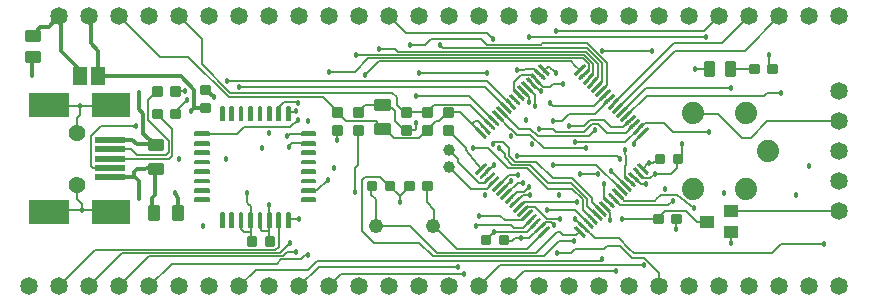
<source format=gtl>
G75*
%MOIN*%
%OFA0B0*%
%FSLAX24Y24*%
%IPPOS*%
%LPD*%
%AMOC8*
5,1,8,0,0,1.08239X$1,22.5*
%
%ADD10C,0.0059*%
%ADD11C,0.0063*%
%ADD12C,0.0480*%
%ADD13C,0.0390*%
%ADD14C,0.0088*%
%ADD15C,0.0100*%
%ADD16R,0.1000X0.0200*%
%ADD17R,0.1378X0.0787*%
%ADD18R,0.1260X0.0787*%
%ADD19C,0.0561*%
%ADD20C,0.0585*%
%ADD21R,0.0450X0.0400*%
%ADD22C,0.0740*%
%ADD23R,0.0460X0.0630*%
%ADD24C,0.0050*%
%ADD25C,0.0180*%
%ADD26C,0.0080*%
%ADD27C,0.0120*%
D10*
X017264Y005485D02*
X017292Y005457D01*
X017000Y005165D01*
X016972Y005193D01*
X017264Y005485D01*
X017058Y005223D02*
X017002Y005223D01*
X017060Y005281D02*
X017116Y005281D01*
X017118Y005339D02*
X017174Y005339D01*
X017176Y005397D02*
X017232Y005397D01*
X017234Y005455D02*
X017290Y005455D01*
X017405Y005343D02*
X017433Y005315D01*
X017141Y005023D01*
X017113Y005051D01*
X017405Y005343D01*
X017199Y005081D02*
X017143Y005081D01*
X017201Y005139D02*
X017257Y005139D01*
X017259Y005197D02*
X017315Y005197D01*
X017317Y005255D02*
X017373Y005255D01*
X017375Y005313D02*
X017431Y005313D01*
X017547Y005202D02*
X017575Y005174D01*
X017283Y004882D01*
X017255Y004910D01*
X017547Y005202D01*
X017341Y004940D02*
X017285Y004940D01*
X017343Y004998D02*
X017399Y004998D01*
X017401Y005056D02*
X017457Y005056D01*
X017459Y005114D02*
X017515Y005114D01*
X017517Y005172D02*
X017573Y005172D01*
X017681Y005068D02*
X017709Y005040D01*
X017417Y004748D01*
X017389Y004776D01*
X017681Y005068D01*
X017475Y004806D02*
X017419Y004806D01*
X017477Y004864D02*
X017533Y004864D01*
X017535Y004922D02*
X017591Y004922D01*
X017593Y004980D02*
X017649Y004980D01*
X017651Y005038D02*
X017707Y005038D01*
X017822Y004926D02*
X017850Y004898D01*
X017558Y004606D01*
X017530Y004634D01*
X017822Y004926D01*
X017616Y004664D02*
X017560Y004664D01*
X017618Y004722D02*
X017674Y004722D01*
X017676Y004780D02*
X017732Y004780D01*
X017734Y004838D02*
X017790Y004838D01*
X017792Y004896D02*
X017848Y004896D01*
X017964Y004785D02*
X017992Y004757D01*
X017700Y004465D01*
X017672Y004493D01*
X017964Y004785D01*
X017758Y004523D02*
X017702Y004523D01*
X017760Y004581D02*
X017816Y004581D01*
X017818Y004639D02*
X017874Y004639D01*
X017876Y004697D02*
X017932Y004697D01*
X017934Y004755D02*
X017990Y004755D01*
X018098Y004650D02*
X018126Y004622D01*
X017834Y004330D01*
X017806Y004358D01*
X018098Y004650D01*
X017892Y004388D02*
X017836Y004388D01*
X017894Y004446D02*
X017950Y004446D01*
X017952Y004504D02*
X018008Y004504D01*
X018010Y004562D02*
X018066Y004562D01*
X018068Y004620D02*
X018124Y004620D01*
X018240Y004509D02*
X018268Y004481D01*
X017976Y004189D01*
X017948Y004217D01*
X018240Y004509D01*
X018034Y004247D02*
X017978Y004247D01*
X018036Y004305D02*
X018092Y004305D01*
X018094Y004363D02*
X018150Y004363D01*
X018152Y004421D02*
X018208Y004421D01*
X018210Y004479D02*
X018266Y004479D01*
X018381Y004368D02*
X018409Y004340D01*
X018117Y004048D01*
X018089Y004076D01*
X018381Y004368D01*
X018175Y004106D02*
X018119Y004106D01*
X018177Y004164D02*
X018233Y004164D01*
X018235Y004222D02*
X018291Y004222D01*
X018293Y004280D02*
X018349Y004280D01*
X018351Y004338D02*
X018407Y004338D01*
X018522Y004226D02*
X018550Y004198D01*
X018258Y003906D01*
X018230Y003934D01*
X018522Y004226D01*
X018316Y003964D02*
X018260Y003964D01*
X018318Y004022D02*
X018374Y004022D01*
X018376Y004080D02*
X018432Y004080D01*
X018434Y004138D02*
X018490Y004138D01*
X018492Y004196D02*
X018548Y004196D01*
X018657Y004092D02*
X018685Y004064D01*
X018393Y003772D01*
X018365Y003800D01*
X018657Y004092D01*
X018451Y003830D02*
X018395Y003830D01*
X018453Y003888D02*
X018509Y003888D01*
X018511Y003946D02*
X018567Y003946D01*
X018569Y004004D02*
X018625Y004004D01*
X018627Y004062D02*
X018683Y004062D01*
X018798Y003950D02*
X018826Y003922D01*
X018534Y003630D01*
X018506Y003658D01*
X018798Y003950D01*
X018592Y003688D02*
X018536Y003688D01*
X018594Y003746D02*
X018650Y003746D01*
X018652Y003804D02*
X018708Y003804D01*
X018710Y003862D02*
X018766Y003862D01*
X018768Y003920D02*
X018824Y003920D01*
X018940Y003809D02*
X018968Y003781D01*
X018676Y003489D01*
X018648Y003517D01*
X018940Y003809D01*
X018734Y003547D02*
X018678Y003547D01*
X018736Y003605D02*
X018792Y003605D01*
X018794Y003663D02*
X018850Y003663D01*
X018852Y003721D02*
X018908Y003721D01*
X018910Y003779D02*
X018966Y003779D01*
X019074Y003675D02*
X019102Y003647D01*
X018810Y003355D01*
X018782Y003383D01*
X019074Y003675D01*
X018868Y003413D02*
X018812Y003413D01*
X018870Y003471D02*
X018926Y003471D01*
X018928Y003529D02*
X018984Y003529D01*
X018986Y003587D02*
X019042Y003587D01*
X019044Y003645D02*
X019100Y003645D01*
X019215Y003533D02*
X019243Y003505D01*
X018951Y003213D01*
X018923Y003241D01*
X019215Y003533D01*
X019009Y003271D02*
X018953Y003271D01*
X019011Y003329D02*
X019067Y003329D01*
X019069Y003387D02*
X019125Y003387D01*
X019127Y003445D02*
X019183Y003445D01*
X019185Y003503D02*
X019241Y003503D01*
X019357Y003392D02*
X019385Y003364D01*
X019093Y003072D01*
X019065Y003100D01*
X019357Y003392D01*
X019151Y003130D02*
X019095Y003130D01*
X019153Y003188D02*
X019209Y003188D01*
X019211Y003246D02*
X019267Y003246D01*
X019269Y003304D02*
X019325Y003304D01*
X019327Y003362D02*
X019383Y003362D01*
X020265Y003364D02*
X020293Y003392D01*
X020585Y003100D01*
X020557Y003072D01*
X020265Y003364D01*
X020499Y003130D02*
X020555Y003130D01*
X020497Y003188D02*
X020441Y003188D01*
X020439Y003246D02*
X020383Y003246D01*
X020381Y003304D02*
X020325Y003304D01*
X020323Y003362D02*
X020267Y003362D01*
X020407Y003505D02*
X020435Y003533D01*
X020727Y003241D01*
X020699Y003213D01*
X020407Y003505D01*
X020641Y003271D02*
X020697Y003271D01*
X020639Y003329D02*
X020583Y003329D01*
X020581Y003387D02*
X020525Y003387D01*
X020523Y003445D02*
X020467Y003445D01*
X020465Y003503D02*
X020409Y003503D01*
X020548Y003647D02*
X020576Y003675D01*
X020868Y003383D01*
X020840Y003355D01*
X020548Y003647D01*
X020782Y003413D02*
X020838Y003413D01*
X020780Y003471D02*
X020724Y003471D01*
X020722Y003529D02*
X020666Y003529D01*
X020664Y003587D02*
X020608Y003587D01*
X020606Y003645D02*
X020550Y003645D01*
X020682Y003781D02*
X020710Y003809D01*
X021002Y003517D01*
X020974Y003489D01*
X020682Y003781D01*
X020916Y003547D02*
X020972Y003547D01*
X020914Y003605D02*
X020858Y003605D01*
X020856Y003663D02*
X020800Y003663D01*
X020798Y003721D02*
X020742Y003721D01*
X020740Y003779D02*
X020684Y003779D01*
X020824Y003922D02*
X020852Y003950D01*
X021144Y003658D01*
X021116Y003630D01*
X020824Y003922D01*
X021058Y003688D02*
X021114Y003688D01*
X021056Y003746D02*
X021000Y003746D01*
X020998Y003804D02*
X020942Y003804D01*
X020940Y003862D02*
X020884Y003862D01*
X020882Y003920D02*
X020826Y003920D01*
X020965Y004064D02*
X020993Y004092D01*
X021285Y003800D01*
X021257Y003772D01*
X020965Y004064D01*
X021199Y003830D02*
X021255Y003830D01*
X021197Y003888D02*
X021141Y003888D01*
X021139Y003946D02*
X021083Y003946D01*
X021081Y004004D02*
X021025Y004004D01*
X021023Y004062D02*
X020967Y004062D01*
X021100Y004198D02*
X021128Y004226D01*
X021420Y003934D01*
X021392Y003906D01*
X021100Y004198D01*
X021334Y003964D02*
X021390Y003964D01*
X021332Y004022D02*
X021276Y004022D01*
X021274Y004080D02*
X021218Y004080D01*
X021216Y004138D02*
X021160Y004138D01*
X021158Y004196D02*
X021102Y004196D01*
X021241Y004340D02*
X021269Y004368D01*
X021561Y004076D01*
X021533Y004048D01*
X021241Y004340D01*
X021475Y004106D02*
X021531Y004106D01*
X021473Y004164D02*
X021417Y004164D01*
X021415Y004222D02*
X021359Y004222D01*
X021357Y004280D02*
X021301Y004280D01*
X021299Y004338D02*
X021243Y004338D01*
X021382Y004481D02*
X021410Y004509D01*
X021702Y004217D01*
X021674Y004189D01*
X021382Y004481D01*
X021616Y004247D02*
X021672Y004247D01*
X021614Y004305D02*
X021558Y004305D01*
X021556Y004363D02*
X021500Y004363D01*
X021498Y004421D02*
X021442Y004421D01*
X021440Y004479D02*
X021384Y004479D01*
X021524Y004622D02*
X021552Y004650D01*
X021844Y004358D01*
X021816Y004330D01*
X021524Y004622D01*
X021758Y004388D02*
X021814Y004388D01*
X021756Y004446D02*
X021700Y004446D01*
X021698Y004504D02*
X021642Y004504D01*
X021640Y004562D02*
X021584Y004562D01*
X021582Y004620D02*
X021526Y004620D01*
X021658Y004757D02*
X021686Y004785D01*
X021978Y004493D01*
X021950Y004465D01*
X021658Y004757D01*
X021892Y004523D02*
X021948Y004523D01*
X021890Y004581D02*
X021834Y004581D01*
X021832Y004639D02*
X021776Y004639D01*
X021774Y004697D02*
X021718Y004697D01*
X021716Y004755D02*
X021660Y004755D01*
X021800Y004898D02*
X021828Y004926D01*
X022120Y004634D01*
X022092Y004606D01*
X021800Y004898D01*
X022034Y004664D02*
X022090Y004664D01*
X022032Y004722D02*
X021976Y004722D01*
X021974Y004780D02*
X021918Y004780D01*
X021916Y004838D02*
X021860Y004838D01*
X021858Y004896D02*
X021802Y004896D01*
X021941Y005040D02*
X021969Y005068D01*
X022261Y004776D01*
X022233Y004748D01*
X021941Y005040D01*
X022175Y004806D02*
X022231Y004806D01*
X022173Y004864D02*
X022117Y004864D01*
X022115Y004922D02*
X022059Y004922D01*
X022057Y004980D02*
X022001Y004980D01*
X021999Y005038D02*
X021943Y005038D01*
X022075Y005174D02*
X022103Y005202D01*
X022395Y004910D01*
X022367Y004882D01*
X022075Y005174D01*
X022309Y004940D02*
X022365Y004940D01*
X022307Y004998D02*
X022251Y004998D01*
X022249Y005056D02*
X022193Y005056D01*
X022191Y005114D02*
X022135Y005114D01*
X022133Y005172D02*
X022077Y005172D01*
X022217Y005315D02*
X022245Y005343D01*
X022537Y005051D01*
X022509Y005023D01*
X022217Y005315D01*
X022451Y005081D02*
X022507Y005081D01*
X022449Y005139D02*
X022393Y005139D01*
X022391Y005197D02*
X022335Y005197D01*
X022333Y005255D02*
X022277Y005255D01*
X022275Y005313D02*
X022219Y005313D01*
X022358Y005457D02*
X022386Y005485D01*
X022678Y005193D01*
X022650Y005165D01*
X022358Y005457D01*
X022592Y005223D02*
X022648Y005223D01*
X022590Y005281D02*
X022534Y005281D01*
X022532Y005339D02*
X022476Y005339D01*
X022474Y005397D02*
X022418Y005397D01*
X022416Y005455D02*
X022360Y005455D01*
X022678Y006657D02*
X022650Y006685D01*
X022678Y006657D02*
X022386Y006365D01*
X022358Y006393D01*
X022650Y006685D01*
X022444Y006423D02*
X022388Y006423D01*
X022446Y006481D02*
X022502Y006481D01*
X022504Y006539D02*
X022560Y006539D01*
X022562Y006597D02*
X022618Y006597D01*
X022620Y006655D02*
X022676Y006655D01*
X022537Y006799D02*
X022509Y006827D01*
X022537Y006799D02*
X022245Y006507D01*
X022217Y006535D01*
X022509Y006827D01*
X022303Y006565D02*
X022247Y006565D01*
X022305Y006623D02*
X022361Y006623D01*
X022363Y006681D02*
X022419Y006681D01*
X022421Y006739D02*
X022477Y006739D01*
X022479Y006797D02*
X022535Y006797D01*
X022395Y006940D02*
X022367Y006968D01*
X022395Y006940D02*
X022103Y006648D01*
X022075Y006676D01*
X022367Y006968D01*
X022161Y006706D02*
X022105Y006706D01*
X022163Y006764D02*
X022219Y006764D01*
X022221Y006822D02*
X022277Y006822D01*
X022279Y006880D02*
X022335Y006880D01*
X022337Y006938D02*
X022393Y006938D01*
X022261Y007074D02*
X022233Y007102D01*
X022261Y007074D02*
X021969Y006782D01*
X021941Y006810D01*
X022233Y007102D01*
X022027Y006840D02*
X021971Y006840D01*
X022029Y006898D02*
X022085Y006898D01*
X022087Y006956D02*
X022143Y006956D01*
X022145Y007014D02*
X022201Y007014D01*
X022203Y007072D02*
X022259Y007072D01*
X022120Y007216D02*
X022092Y007244D01*
X022120Y007216D02*
X021828Y006924D01*
X021800Y006952D01*
X022092Y007244D01*
X021886Y006982D02*
X021830Y006982D01*
X021888Y007040D02*
X021944Y007040D01*
X021946Y007098D02*
X022002Y007098D01*
X022004Y007156D02*
X022060Y007156D01*
X022062Y007214D02*
X022118Y007214D01*
X021978Y007357D02*
X021950Y007385D01*
X021978Y007357D02*
X021686Y007065D01*
X021658Y007093D01*
X021950Y007385D01*
X021744Y007123D02*
X021688Y007123D01*
X021746Y007181D02*
X021802Y007181D01*
X021804Y007239D02*
X021860Y007239D01*
X021862Y007297D02*
X021918Y007297D01*
X021920Y007355D02*
X021976Y007355D01*
X021844Y007492D02*
X021816Y007520D01*
X021844Y007492D02*
X021552Y007200D01*
X021524Y007228D01*
X021816Y007520D01*
X021610Y007258D02*
X021554Y007258D01*
X021612Y007316D02*
X021668Y007316D01*
X021670Y007374D02*
X021726Y007374D01*
X021728Y007432D02*
X021784Y007432D01*
X021786Y007490D02*
X021842Y007490D01*
X021702Y007633D02*
X021674Y007661D01*
X021702Y007633D02*
X021410Y007341D01*
X021382Y007369D01*
X021674Y007661D01*
X021468Y007399D02*
X021412Y007399D01*
X021470Y007457D02*
X021526Y007457D01*
X021528Y007515D02*
X021584Y007515D01*
X021586Y007573D02*
X021642Y007573D01*
X021644Y007631D02*
X021700Y007631D01*
X021561Y007774D02*
X021533Y007802D01*
X021561Y007774D02*
X021269Y007482D01*
X021241Y007510D01*
X021533Y007802D01*
X021327Y007540D02*
X021271Y007540D01*
X021329Y007598D02*
X021385Y007598D01*
X021387Y007656D02*
X021443Y007656D01*
X021445Y007714D02*
X021501Y007714D01*
X021503Y007772D02*
X021559Y007772D01*
X021420Y007916D02*
X021392Y007944D01*
X021420Y007916D02*
X021128Y007624D01*
X021100Y007652D01*
X021392Y007944D01*
X021186Y007682D02*
X021130Y007682D01*
X021188Y007740D02*
X021244Y007740D01*
X021246Y007798D02*
X021302Y007798D01*
X021304Y007856D02*
X021360Y007856D01*
X021362Y007914D02*
X021418Y007914D01*
X021285Y008050D02*
X021257Y008078D01*
X021285Y008050D02*
X020993Y007758D01*
X020965Y007786D01*
X021257Y008078D01*
X021051Y007816D02*
X020995Y007816D01*
X021053Y007874D02*
X021109Y007874D01*
X021111Y007932D02*
X021167Y007932D01*
X021169Y007990D02*
X021225Y007990D01*
X021227Y008048D02*
X021283Y008048D01*
X021144Y008192D02*
X021116Y008220D01*
X021144Y008192D02*
X020852Y007900D01*
X020824Y007928D01*
X021116Y008220D01*
X020910Y007958D02*
X020854Y007958D01*
X020912Y008016D02*
X020968Y008016D01*
X020970Y008074D02*
X021026Y008074D01*
X021028Y008132D02*
X021084Y008132D01*
X021086Y008190D02*
X021142Y008190D01*
X021002Y008333D02*
X020974Y008361D01*
X021002Y008333D02*
X020710Y008041D01*
X020682Y008069D01*
X020974Y008361D01*
X020768Y008099D02*
X020712Y008099D01*
X020770Y008157D02*
X020826Y008157D01*
X020828Y008215D02*
X020884Y008215D01*
X020886Y008273D02*
X020942Y008273D01*
X020944Y008331D02*
X021000Y008331D01*
X020868Y008467D02*
X020840Y008495D01*
X020868Y008467D02*
X020576Y008175D01*
X020548Y008203D01*
X020840Y008495D01*
X020634Y008233D02*
X020578Y008233D01*
X020636Y008291D02*
X020692Y008291D01*
X020694Y008349D02*
X020750Y008349D01*
X020752Y008407D02*
X020808Y008407D01*
X020810Y008465D02*
X020866Y008465D01*
X020727Y008609D02*
X020699Y008637D01*
X020727Y008609D02*
X020435Y008317D01*
X020407Y008345D01*
X020699Y008637D01*
X020493Y008375D02*
X020437Y008375D01*
X020495Y008433D02*
X020551Y008433D01*
X020553Y008491D02*
X020609Y008491D01*
X020611Y008549D02*
X020667Y008549D01*
X020669Y008607D02*
X020725Y008607D01*
X020585Y008750D02*
X020557Y008778D01*
X020585Y008750D02*
X020293Y008458D01*
X020265Y008486D01*
X020557Y008778D01*
X020351Y008516D02*
X020295Y008516D01*
X020353Y008574D02*
X020409Y008574D01*
X020411Y008632D02*
X020467Y008632D01*
X020469Y008690D02*
X020525Y008690D01*
X020527Y008748D02*
X020583Y008748D01*
X019093Y008778D02*
X019065Y008750D01*
X019093Y008778D02*
X019385Y008486D01*
X019357Y008458D01*
X019065Y008750D01*
X019299Y008516D02*
X019355Y008516D01*
X019297Y008574D02*
X019241Y008574D01*
X019239Y008632D02*
X019183Y008632D01*
X019181Y008690D02*
X019125Y008690D01*
X019123Y008748D02*
X019067Y008748D01*
X018951Y008637D02*
X018923Y008609D01*
X018951Y008637D02*
X019243Y008345D01*
X019215Y008317D01*
X018923Y008609D01*
X019157Y008375D02*
X019213Y008375D01*
X019155Y008433D02*
X019099Y008433D01*
X019097Y008491D02*
X019041Y008491D01*
X019039Y008549D02*
X018983Y008549D01*
X018981Y008607D02*
X018925Y008607D01*
X018810Y008495D02*
X018782Y008467D01*
X018810Y008495D02*
X019102Y008203D01*
X019074Y008175D01*
X018782Y008467D01*
X019016Y008233D02*
X019072Y008233D01*
X019014Y008291D02*
X018958Y008291D01*
X018956Y008349D02*
X018900Y008349D01*
X018898Y008407D02*
X018842Y008407D01*
X018840Y008465D02*
X018784Y008465D01*
X018676Y008361D02*
X018648Y008333D01*
X018676Y008361D02*
X018968Y008069D01*
X018940Y008041D01*
X018648Y008333D01*
X018882Y008099D02*
X018938Y008099D01*
X018880Y008157D02*
X018824Y008157D01*
X018822Y008215D02*
X018766Y008215D01*
X018764Y008273D02*
X018708Y008273D01*
X018706Y008331D02*
X018650Y008331D01*
X018534Y008220D02*
X018506Y008192D01*
X018534Y008220D02*
X018826Y007928D01*
X018798Y007900D01*
X018506Y008192D01*
X018740Y007958D02*
X018796Y007958D01*
X018738Y008016D02*
X018682Y008016D01*
X018680Y008074D02*
X018624Y008074D01*
X018622Y008132D02*
X018566Y008132D01*
X018564Y008190D02*
X018508Y008190D01*
X018393Y008078D02*
X018365Y008050D01*
X018393Y008078D02*
X018685Y007786D01*
X018657Y007758D01*
X018365Y008050D01*
X018599Y007816D02*
X018655Y007816D01*
X018597Y007874D02*
X018541Y007874D01*
X018539Y007932D02*
X018483Y007932D01*
X018481Y007990D02*
X018425Y007990D01*
X018423Y008048D02*
X018367Y008048D01*
X018258Y007944D02*
X018230Y007916D01*
X018258Y007944D02*
X018550Y007652D01*
X018522Y007624D01*
X018230Y007916D01*
X018464Y007682D02*
X018520Y007682D01*
X018462Y007740D02*
X018406Y007740D01*
X018404Y007798D02*
X018348Y007798D01*
X018346Y007856D02*
X018290Y007856D01*
X018288Y007914D02*
X018232Y007914D01*
X018117Y007802D02*
X018089Y007774D01*
X018117Y007802D02*
X018409Y007510D01*
X018381Y007482D01*
X018089Y007774D01*
X018323Y007540D02*
X018379Y007540D01*
X018321Y007598D02*
X018265Y007598D01*
X018263Y007656D02*
X018207Y007656D01*
X018205Y007714D02*
X018149Y007714D01*
X018147Y007772D02*
X018091Y007772D01*
X017976Y007661D02*
X017948Y007633D01*
X017976Y007661D02*
X018268Y007369D01*
X018240Y007341D01*
X017948Y007633D01*
X018182Y007399D02*
X018238Y007399D01*
X018180Y007457D02*
X018124Y007457D01*
X018122Y007515D02*
X018066Y007515D01*
X018064Y007573D02*
X018008Y007573D01*
X018006Y007631D02*
X017950Y007631D01*
X017834Y007520D02*
X017806Y007492D01*
X017834Y007520D02*
X018126Y007228D01*
X018098Y007200D01*
X017806Y007492D01*
X018040Y007258D02*
X018096Y007258D01*
X018038Y007316D02*
X017982Y007316D01*
X017980Y007374D02*
X017924Y007374D01*
X017922Y007432D02*
X017866Y007432D01*
X017864Y007490D02*
X017808Y007490D01*
X017700Y007385D02*
X017672Y007357D01*
X017700Y007385D02*
X017992Y007093D01*
X017964Y007065D01*
X017672Y007357D01*
X017906Y007123D02*
X017962Y007123D01*
X017904Y007181D02*
X017848Y007181D01*
X017846Y007239D02*
X017790Y007239D01*
X017788Y007297D02*
X017732Y007297D01*
X017730Y007355D02*
X017674Y007355D01*
X017558Y007244D02*
X017530Y007216D01*
X017558Y007244D02*
X017850Y006952D01*
X017822Y006924D01*
X017530Y007216D01*
X017764Y006982D02*
X017820Y006982D01*
X017762Y007040D02*
X017706Y007040D01*
X017704Y007098D02*
X017648Y007098D01*
X017646Y007156D02*
X017590Y007156D01*
X017588Y007214D02*
X017532Y007214D01*
X017417Y007102D02*
X017389Y007074D01*
X017417Y007102D02*
X017709Y006810D01*
X017681Y006782D01*
X017389Y007074D01*
X017623Y006840D02*
X017679Y006840D01*
X017621Y006898D02*
X017565Y006898D01*
X017563Y006956D02*
X017507Y006956D01*
X017505Y007014D02*
X017449Y007014D01*
X017447Y007072D02*
X017391Y007072D01*
X017283Y006968D02*
X017255Y006940D01*
X017283Y006968D02*
X017575Y006676D01*
X017547Y006648D01*
X017255Y006940D01*
X017489Y006706D02*
X017545Y006706D01*
X017487Y006764D02*
X017431Y006764D01*
X017429Y006822D02*
X017373Y006822D01*
X017371Y006880D02*
X017315Y006880D01*
X017313Y006938D02*
X017257Y006938D01*
X017141Y006827D02*
X017113Y006799D01*
X017141Y006827D02*
X017433Y006535D01*
X017405Y006507D01*
X017113Y006799D01*
X017347Y006565D02*
X017403Y006565D01*
X017345Y006623D02*
X017289Y006623D01*
X017287Y006681D02*
X017231Y006681D01*
X017229Y006739D02*
X017173Y006739D01*
X017171Y006797D02*
X017115Y006797D01*
X017000Y006685D02*
X016972Y006657D01*
X017000Y006685D02*
X017292Y006393D01*
X017264Y006365D01*
X016972Y006657D01*
X017206Y006423D02*
X017262Y006423D01*
X017204Y006481D02*
X017148Y006481D01*
X017146Y006539D02*
X017090Y006539D01*
X017088Y006597D02*
X017032Y006597D01*
X017030Y006655D02*
X016974Y006655D01*
D11*
X011594Y006549D02*
X011594Y006455D01*
X011144Y006455D01*
X011144Y006549D01*
X011594Y006549D01*
X011594Y006517D02*
X011144Y006517D01*
X011594Y006234D02*
X011594Y006140D01*
X011144Y006140D01*
X011144Y006234D01*
X011594Y006234D01*
X011594Y006202D02*
X011144Y006202D01*
X011594Y005919D02*
X011594Y005825D01*
X011144Y005825D01*
X011144Y005919D01*
X011594Y005919D01*
X011594Y005887D02*
X011144Y005887D01*
X011594Y005604D02*
X011594Y005510D01*
X011144Y005510D01*
X011144Y005604D01*
X011594Y005604D01*
X011594Y005572D02*
X011144Y005572D01*
X011594Y005290D02*
X011594Y005196D01*
X011144Y005196D01*
X011144Y005290D01*
X011594Y005290D01*
X011594Y005258D02*
X011144Y005258D01*
X011594Y004975D02*
X011594Y004881D01*
X011144Y004881D01*
X011144Y004975D01*
X011594Y004975D01*
X011594Y004943D02*
X011144Y004943D01*
X011594Y004660D02*
X011594Y004566D01*
X011144Y004566D01*
X011144Y004660D01*
X011594Y004660D01*
X011594Y004628D02*
X011144Y004628D01*
X011594Y004345D02*
X011594Y004251D01*
X011144Y004251D01*
X011144Y004345D01*
X011594Y004345D01*
X011594Y004313D02*
X011144Y004313D01*
X010749Y003856D02*
X010655Y003856D01*
X010749Y003856D02*
X010749Y003406D01*
X010655Y003406D01*
X010655Y003856D01*
X010655Y003468D02*
X010749Y003468D01*
X010749Y003530D02*
X010655Y003530D01*
X010655Y003592D02*
X010749Y003592D01*
X010749Y003654D02*
X010655Y003654D01*
X010655Y003716D02*
X010749Y003716D01*
X010749Y003778D02*
X010655Y003778D01*
X010655Y003840D02*
X010749Y003840D01*
X010434Y003856D02*
X010340Y003856D01*
X010434Y003856D02*
X010434Y003406D01*
X010340Y003406D01*
X010340Y003856D01*
X010340Y003468D02*
X010434Y003468D01*
X010434Y003530D02*
X010340Y003530D01*
X010340Y003592D02*
X010434Y003592D01*
X010434Y003654D02*
X010340Y003654D01*
X010340Y003716D02*
X010434Y003716D01*
X010434Y003778D02*
X010340Y003778D01*
X010340Y003840D02*
X010434Y003840D01*
X010119Y003856D02*
X010025Y003856D01*
X010119Y003856D02*
X010119Y003406D01*
X010025Y003406D01*
X010025Y003856D01*
X010025Y003468D02*
X010119Y003468D01*
X010119Y003530D02*
X010025Y003530D01*
X010025Y003592D02*
X010119Y003592D01*
X010119Y003654D02*
X010025Y003654D01*
X010025Y003716D02*
X010119Y003716D01*
X010119Y003778D02*
X010025Y003778D01*
X010025Y003840D02*
X010119Y003840D01*
X009804Y003856D02*
X009710Y003856D01*
X009804Y003856D02*
X009804Y003406D01*
X009710Y003406D01*
X009710Y003856D01*
X009710Y003468D02*
X009804Y003468D01*
X009804Y003530D02*
X009710Y003530D01*
X009710Y003592D02*
X009804Y003592D01*
X009804Y003654D02*
X009710Y003654D01*
X009710Y003716D02*
X009804Y003716D01*
X009804Y003778D02*
X009710Y003778D01*
X009710Y003840D02*
X009804Y003840D01*
X009490Y003856D02*
X009396Y003856D01*
X009490Y003856D02*
X009490Y003406D01*
X009396Y003406D01*
X009396Y003856D01*
X009396Y003468D02*
X009490Y003468D01*
X009490Y003530D02*
X009396Y003530D01*
X009396Y003592D02*
X009490Y003592D01*
X009490Y003654D02*
X009396Y003654D01*
X009396Y003716D02*
X009490Y003716D01*
X009490Y003778D02*
X009396Y003778D01*
X009396Y003840D02*
X009490Y003840D01*
X009175Y003856D02*
X009081Y003856D01*
X009175Y003856D02*
X009175Y003406D01*
X009081Y003406D01*
X009081Y003856D01*
X009081Y003468D02*
X009175Y003468D01*
X009175Y003530D02*
X009081Y003530D01*
X009081Y003592D02*
X009175Y003592D01*
X009175Y003654D02*
X009081Y003654D01*
X009081Y003716D02*
X009175Y003716D01*
X009175Y003778D02*
X009081Y003778D01*
X009081Y003840D02*
X009175Y003840D01*
X008860Y003856D02*
X008766Y003856D01*
X008860Y003856D02*
X008860Y003406D01*
X008766Y003406D01*
X008766Y003856D01*
X008766Y003468D02*
X008860Y003468D01*
X008860Y003530D02*
X008766Y003530D01*
X008766Y003592D02*
X008860Y003592D01*
X008860Y003654D02*
X008766Y003654D01*
X008766Y003716D02*
X008860Y003716D01*
X008860Y003778D02*
X008766Y003778D01*
X008766Y003840D02*
X008860Y003840D01*
X008545Y003856D02*
X008451Y003856D01*
X008545Y003856D02*
X008545Y003406D01*
X008451Y003406D01*
X008451Y003856D01*
X008451Y003468D02*
X008545Y003468D01*
X008545Y003530D02*
X008451Y003530D01*
X008451Y003592D02*
X008545Y003592D01*
X008545Y003654D02*
X008451Y003654D01*
X008451Y003716D02*
X008545Y003716D01*
X008545Y003778D02*
X008451Y003778D01*
X008451Y003840D02*
X008545Y003840D01*
X008056Y004251D02*
X008056Y004345D01*
X008056Y004251D02*
X007606Y004251D01*
X007606Y004345D01*
X008056Y004345D01*
X008056Y004313D02*
X007606Y004313D01*
X008056Y004566D02*
X008056Y004660D01*
X008056Y004566D02*
X007606Y004566D01*
X007606Y004660D01*
X008056Y004660D01*
X008056Y004628D02*
X007606Y004628D01*
X008056Y004881D02*
X008056Y004975D01*
X008056Y004881D02*
X007606Y004881D01*
X007606Y004975D01*
X008056Y004975D01*
X008056Y004943D02*
X007606Y004943D01*
X008056Y005196D02*
X008056Y005290D01*
X008056Y005196D02*
X007606Y005196D01*
X007606Y005290D01*
X008056Y005290D01*
X008056Y005258D02*
X007606Y005258D01*
X008056Y005510D02*
X008056Y005604D01*
X008056Y005510D02*
X007606Y005510D01*
X007606Y005604D01*
X008056Y005604D01*
X008056Y005572D02*
X007606Y005572D01*
X008056Y005825D02*
X008056Y005919D01*
X008056Y005825D02*
X007606Y005825D01*
X007606Y005919D01*
X008056Y005919D01*
X008056Y005887D02*
X007606Y005887D01*
X008056Y006140D02*
X008056Y006234D01*
X008056Y006140D02*
X007606Y006140D01*
X007606Y006234D01*
X008056Y006234D01*
X008056Y006202D02*
X007606Y006202D01*
X008056Y006455D02*
X008056Y006549D01*
X008056Y006455D02*
X007606Y006455D01*
X007606Y006549D01*
X008056Y006549D01*
X008056Y006517D02*
X007606Y006517D01*
X008451Y007394D02*
X008545Y007394D01*
X008545Y006944D01*
X008451Y006944D01*
X008451Y007394D01*
X008451Y007006D02*
X008545Y007006D01*
X008545Y007068D02*
X008451Y007068D01*
X008451Y007130D02*
X008545Y007130D01*
X008545Y007192D02*
X008451Y007192D01*
X008451Y007254D02*
X008545Y007254D01*
X008545Y007316D02*
X008451Y007316D01*
X008451Y007378D02*
X008545Y007378D01*
X008766Y007394D02*
X008860Y007394D01*
X008860Y006944D01*
X008766Y006944D01*
X008766Y007394D01*
X008766Y007006D02*
X008860Y007006D01*
X008860Y007068D02*
X008766Y007068D01*
X008766Y007130D02*
X008860Y007130D01*
X008860Y007192D02*
X008766Y007192D01*
X008766Y007254D02*
X008860Y007254D01*
X008860Y007316D02*
X008766Y007316D01*
X008766Y007378D02*
X008860Y007378D01*
X009081Y007394D02*
X009175Y007394D01*
X009175Y006944D01*
X009081Y006944D01*
X009081Y007394D01*
X009081Y007006D02*
X009175Y007006D01*
X009175Y007068D02*
X009081Y007068D01*
X009081Y007130D02*
X009175Y007130D01*
X009175Y007192D02*
X009081Y007192D01*
X009081Y007254D02*
X009175Y007254D01*
X009175Y007316D02*
X009081Y007316D01*
X009081Y007378D02*
X009175Y007378D01*
X009396Y007394D02*
X009490Y007394D01*
X009490Y006944D01*
X009396Y006944D01*
X009396Y007394D01*
X009396Y007006D02*
X009490Y007006D01*
X009490Y007068D02*
X009396Y007068D01*
X009396Y007130D02*
X009490Y007130D01*
X009490Y007192D02*
X009396Y007192D01*
X009396Y007254D02*
X009490Y007254D01*
X009490Y007316D02*
X009396Y007316D01*
X009396Y007378D02*
X009490Y007378D01*
X009710Y007394D02*
X009804Y007394D01*
X009804Y006944D01*
X009710Y006944D01*
X009710Y007394D01*
X009710Y007006D02*
X009804Y007006D01*
X009804Y007068D02*
X009710Y007068D01*
X009710Y007130D02*
X009804Y007130D01*
X009804Y007192D02*
X009710Y007192D01*
X009710Y007254D02*
X009804Y007254D01*
X009804Y007316D02*
X009710Y007316D01*
X009710Y007378D02*
X009804Y007378D01*
X010025Y007394D02*
X010119Y007394D01*
X010119Y006944D01*
X010025Y006944D01*
X010025Y007394D01*
X010025Y007006D02*
X010119Y007006D01*
X010119Y007068D02*
X010025Y007068D01*
X010025Y007130D02*
X010119Y007130D01*
X010119Y007192D02*
X010025Y007192D01*
X010025Y007254D02*
X010119Y007254D01*
X010119Y007316D02*
X010025Y007316D01*
X010025Y007378D02*
X010119Y007378D01*
X010340Y007394D02*
X010434Y007394D01*
X010434Y006944D01*
X010340Y006944D01*
X010340Y007394D01*
X010340Y007006D02*
X010434Y007006D01*
X010434Y007068D02*
X010340Y007068D01*
X010340Y007130D02*
X010434Y007130D01*
X010434Y007192D02*
X010340Y007192D01*
X010340Y007254D02*
X010434Y007254D01*
X010434Y007316D02*
X010340Y007316D01*
X010340Y007378D02*
X010434Y007378D01*
X010655Y007394D02*
X010749Y007394D01*
X010749Y006944D01*
X010655Y006944D01*
X010655Y007394D01*
X010655Y007006D02*
X010749Y007006D01*
X010749Y007068D02*
X010655Y007068D01*
X010655Y007130D02*
X010749Y007130D01*
X010749Y007192D02*
X010655Y007192D01*
X010655Y007254D02*
X010749Y007254D01*
X010749Y007316D02*
X010655Y007316D01*
X010655Y007378D02*
X010749Y007378D01*
D12*
X013625Y003425D03*
X015525Y003425D03*
D13*
X016075Y005405D03*
X016075Y005945D03*
D14*
X016156Y006494D02*
X016156Y006756D01*
X016156Y006494D02*
X015894Y006494D01*
X015894Y006756D01*
X016156Y006756D01*
X016156Y006581D02*
X015894Y006581D01*
X015894Y006668D02*
X016156Y006668D01*
X016156Y006755D02*
X015894Y006755D01*
X015194Y006756D02*
X015194Y006494D01*
X015194Y006756D02*
X015456Y006756D01*
X015456Y006494D01*
X015194Y006494D01*
X015194Y006581D02*
X015456Y006581D01*
X015456Y006668D02*
X015194Y006668D01*
X015194Y006755D02*
X015456Y006755D01*
X014756Y006756D02*
X014756Y006494D01*
X014494Y006494D01*
X014494Y006756D01*
X014756Y006756D01*
X014756Y006581D02*
X014494Y006581D01*
X014494Y006668D02*
X014756Y006668D01*
X014756Y006755D02*
X014494Y006755D01*
X014756Y007094D02*
X014756Y007356D01*
X014756Y007094D02*
X014494Y007094D01*
X014494Y007356D01*
X014756Y007356D01*
X014756Y007181D02*
X014494Y007181D01*
X014494Y007268D02*
X014756Y007268D01*
X014756Y007355D02*
X014494Y007355D01*
X015194Y007356D02*
X015194Y007094D01*
X015194Y007356D02*
X015456Y007356D01*
X015456Y007094D01*
X015194Y007094D01*
X015194Y007181D02*
X015456Y007181D01*
X015456Y007268D02*
X015194Y007268D01*
X015194Y007355D02*
X015456Y007355D01*
X016156Y007356D02*
X016156Y007094D01*
X015894Y007094D01*
X015894Y007356D01*
X016156Y007356D01*
X016156Y007181D02*
X015894Y007181D01*
X015894Y007268D02*
X016156Y007268D01*
X016156Y007355D02*
X015894Y007355D01*
X012894Y007356D02*
X012894Y007094D01*
X012894Y007356D02*
X013156Y007356D01*
X013156Y007094D01*
X012894Y007094D01*
X012894Y007181D02*
X013156Y007181D01*
X013156Y007268D02*
X012894Y007268D01*
X012894Y007355D02*
X013156Y007355D01*
X012456Y007356D02*
X012456Y007094D01*
X012194Y007094D01*
X012194Y007356D01*
X012456Y007356D01*
X012456Y007181D02*
X012194Y007181D01*
X012194Y007268D02*
X012456Y007268D01*
X012456Y007355D02*
X012194Y007355D01*
X012456Y006756D02*
X012456Y006494D01*
X012194Y006494D01*
X012194Y006756D01*
X012456Y006756D01*
X012456Y006581D02*
X012194Y006581D01*
X012194Y006668D02*
X012456Y006668D01*
X012456Y006755D02*
X012194Y006755D01*
X012894Y006756D02*
X012894Y006494D01*
X012894Y006756D02*
X013156Y006756D01*
X013156Y006494D01*
X012894Y006494D01*
X012894Y006581D02*
X013156Y006581D01*
X013156Y006668D02*
X012894Y006668D01*
X012894Y006755D02*
X013156Y006755D01*
X013344Y004644D02*
X013606Y004644D01*
X013344Y004644D02*
X013344Y004906D01*
X013606Y004906D01*
X013606Y004644D01*
X013606Y004731D02*
X013344Y004731D01*
X013344Y004818D02*
X013606Y004818D01*
X013606Y004905D02*
X013344Y004905D01*
X013944Y004644D02*
X014206Y004644D01*
X013944Y004644D02*
X013944Y004906D01*
X014206Y004906D01*
X014206Y004644D01*
X014206Y004731D02*
X013944Y004731D01*
X013944Y004818D02*
X014206Y004818D01*
X014206Y004905D02*
X013944Y004905D01*
X014594Y004906D02*
X014856Y004906D01*
X014856Y004644D01*
X014594Y004644D01*
X014594Y004906D01*
X014594Y004731D02*
X014856Y004731D01*
X014856Y004818D02*
X014594Y004818D01*
X014594Y004905D02*
X014856Y004905D01*
X015194Y004906D02*
X015456Y004906D01*
X015456Y004644D01*
X015194Y004644D01*
X015194Y004906D01*
X015194Y004731D02*
X015456Y004731D01*
X015456Y004818D02*
X015194Y004818D01*
X015194Y004905D02*
X015456Y004905D01*
X017144Y002844D02*
X017406Y002844D01*
X017144Y002844D02*
X017144Y003106D01*
X017406Y003106D01*
X017406Y002844D01*
X017406Y002931D02*
X017144Y002931D01*
X017144Y003018D02*
X017406Y003018D01*
X017406Y003105D02*
X017144Y003105D01*
X017744Y002844D02*
X018006Y002844D01*
X017744Y002844D02*
X017744Y003106D01*
X018006Y003106D01*
X018006Y002844D01*
X018006Y002931D02*
X017744Y002931D01*
X017744Y003018D02*
X018006Y003018D01*
X018006Y003105D02*
X017744Y003105D01*
X022894Y003544D02*
X023156Y003544D01*
X022894Y003544D02*
X022894Y003806D01*
X023156Y003806D01*
X023156Y003544D01*
X023156Y003631D02*
X022894Y003631D01*
X022894Y003718D02*
X023156Y003718D01*
X023156Y003805D02*
X022894Y003805D01*
X023494Y003544D02*
X023756Y003544D01*
X023494Y003544D02*
X023494Y003806D01*
X023756Y003806D01*
X023756Y003544D01*
X023756Y003631D02*
X023494Y003631D01*
X023494Y003718D02*
X023756Y003718D01*
X023756Y003805D02*
X023494Y003805D01*
X023544Y005544D02*
X023806Y005544D01*
X023544Y005544D02*
X023544Y005806D01*
X023806Y005806D01*
X023806Y005544D01*
X023806Y005631D02*
X023544Y005631D01*
X023544Y005718D02*
X023806Y005718D01*
X023806Y005805D02*
X023544Y005805D01*
X023206Y005544D02*
X022944Y005544D01*
X022944Y005806D01*
X023206Y005806D01*
X023206Y005544D01*
X023206Y005631D02*
X022944Y005631D01*
X022944Y005718D02*
X023206Y005718D01*
X023206Y005805D02*
X022944Y005805D01*
X024594Y008469D02*
X024856Y008469D01*
X024594Y008469D02*
X024594Y008881D01*
X024856Y008881D01*
X024856Y008469D01*
X024856Y008556D02*
X024594Y008556D01*
X024594Y008643D02*
X024856Y008643D01*
X024856Y008730D02*
X024594Y008730D01*
X024594Y008817D02*
X024856Y008817D01*
X025294Y008469D02*
X025556Y008469D01*
X025294Y008469D02*
X025294Y008881D01*
X025556Y008881D01*
X025556Y008469D01*
X025556Y008556D02*
X025294Y008556D01*
X025294Y008643D02*
X025556Y008643D01*
X025556Y008730D02*
X025294Y008730D01*
X025294Y008817D02*
X025556Y008817D01*
X026094Y008806D02*
X026356Y008806D01*
X026356Y008544D01*
X026094Y008544D01*
X026094Y008806D01*
X026094Y008631D02*
X026356Y008631D01*
X026356Y008718D02*
X026094Y008718D01*
X026094Y008805D02*
X026356Y008805D01*
X026694Y008806D02*
X026956Y008806D01*
X026956Y008544D01*
X026694Y008544D01*
X026694Y008806D01*
X026694Y008631D02*
X026956Y008631D01*
X026956Y008718D02*
X026694Y008718D01*
X026694Y008805D02*
X026956Y008805D01*
X010206Y002794D02*
X009944Y002794D01*
X009944Y003056D01*
X010206Y003056D01*
X010206Y002794D01*
X010206Y002881D02*
X009944Y002881D01*
X009944Y002968D02*
X010206Y002968D01*
X010206Y003055D02*
X009944Y003055D01*
X009606Y002794D02*
X009344Y002794D01*
X009344Y003056D01*
X009606Y003056D01*
X009606Y002794D01*
X009606Y002881D02*
X009344Y002881D01*
X009344Y002968D02*
X009606Y002968D01*
X009606Y003055D02*
X009344Y003055D01*
X007056Y007044D02*
X006794Y007044D01*
X006794Y007306D01*
X007056Y007306D01*
X007056Y007044D01*
X007056Y007131D02*
X006794Y007131D01*
X006794Y007218D02*
X007056Y007218D01*
X007056Y007305D02*
X006794Y007305D01*
X006456Y007044D02*
X006194Y007044D01*
X006194Y007306D01*
X006456Y007306D01*
X006456Y007044D01*
X006456Y007131D02*
X006194Y007131D01*
X006194Y007218D02*
X006456Y007218D01*
X006456Y007305D02*
X006194Y007305D01*
X006194Y007794D02*
X006456Y007794D01*
X006194Y007794D02*
X006194Y008056D01*
X006456Y008056D01*
X006456Y007794D01*
X006456Y007881D02*
X006194Y007881D01*
X006194Y007968D02*
X006456Y007968D01*
X006456Y008055D02*
X006194Y008055D01*
X006794Y007794D02*
X007056Y007794D01*
X006794Y007794D02*
X006794Y008056D01*
X007056Y008056D01*
X007056Y007794D01*
X007056Y007881D02*
X006794Y007881D01*
X006794Y007968D02*
X007056Y007968D01*
X007056Y008055D02*
X006794Y008055D01*
X008056Y008106D02*
X008056Y007844D01*
X007794Y007844D01*
X007794Y008106D01*
X008056Y008106D01*
X008056Y007931D02*
X007794Y007931D01*
X007794Y008018D02*
X008056Y008018D01*
X008056Y008105D02*
X007794Y008105D01*
X008056Y007506D02*
X008056Y007244D01*
X007794Y007244D01*
X007794Y007506D01*
X008056Y007506D01*
X008056Y007331D02*
X007794Y007331D01*
X007794Y007418D02*
X008056Y007418D01*
X008056Y007505D02*
X007794Y007505D01*
D15*
X006050Y006300D02*
X006050Y006000D01*
X006050Y006300D02*
X006500Y006300D01*
X006500Y006000D01*
X006050Y006000D01*
X006050Y006099D02*
X006500Y006099D01*
X006500Y006198D02*
X006050Y006198D01*
X006050Y006297D02*
X006500Y006297D01*
X006050Y005500D02*
X006050Y005200D01*
X006050Y005500D02*
X006500Y005500D01*
X006500Y005200D01*
X006050Y005200D01*
X006050Y005299D02*
X006500Y005299D01*
X006500Y005398D02*
X006050Y005398D01*
X006050Y005497D02*
X006500Y005497D01*
X006375Y004100D02*
X006075Y004100D01*
X006375Y004100D02*
X006375Y003650D01*
X006075Y003650D01*
X006075Y004100D01*
X006075Y003749D02*
X006375Y003749D01*
X006375Y003848D02*
X006075Y003848D01*
X006075Y003947D02*
X006375Y003947D01*
X006375Y004046D02*
X006075Y004046D01*
X006875Y004100D02*
X007175Y004100D01*
X007175Y003650D01*
X006875Y003650D01*
X006875Y004100D01*
X006875Y003749D02*
X007175Y003749D01*
X007175Y003848D02*
X006875Y003848D01*
X006875Y003947D02*
X007175Y003947D01*
X007175Y004046D02*
X006875Y004046D01*
X013600Y006525D02*
X013600Y006825D01*
X014050Y006825D01*
X014050Y006525D01*
X013600Y006525D01*
X013600Y006624D02*
X014050Y006624D01*
X014050Y006723D02*
X013600Y006723D01*
X013600Y006822D02*
X014050Y006822D01*
X013600Y007325D02*
X013600Y007625D01*
X014050Y007625D01*
X014050Y007325D01*
X013600Y007325D01*
X013600Y007424D02*
X014050Y007424D01*
X014050Y007523D02*
X013600Y007523D01*
X013600Y007622D02*
X014050Y007622D01*
X002400Y008925D02*
X002400Y009225D01*
X002400Y008925D02*
X001950Y008925D01*
X001950Y009225D01*
X002400Y009225D01*
X002400Y009024D02*
X001950Y009024D01*
X001950Y009123D02*
X002400Y009123D01*
X002400Y009222D02*
X001950Y009222D01*
X002400Y009625D02*
X002400Y009925D01*
X002400Y009625D02*
X001950Y009625D01*
X001950Y009925D01*
X002400Y009925D01*
X002400Y009724D02*
X001950Y009724D01*
X001950Y009823D02*
X002400Y009823D01*
X002400Y009922D02*
X001950Y009922D01*
D16*
X004766Y006305D03*
X004766Y005990D03*
X004766Y005675D03*
X004766Y005360D03*
X004766Y005045D03*
D17*
X002721Y003903D03*
X002721Y007447D03*
D18*
X004808Y007447D03*
X004808Y003903D03*
D19*
X003656Y004809D03*
X003656Y006541D03*
D20*
X002075Y001425D03*
X003075Y001425D03*
X004075Y001425D03*
X005075Y001425D03*
X006075Y001425D03*
X007075Y001425D03*
X008075Y001425D03*
X009075Y001425D03*
X010075Y001425D03*
X011075Y001425D03*
X012075Y001425D03*
X013075Y001425D03*
X014075Y001425D03*
X015075Y001425D03*
X016075Y001425D03*
X017075Y001425D03*
X018075Y001425D03*
X019075Y001425D03*
X020075Y001425D03*
X021075Y001425D03*
X022075Y001425D03*
X023075Y001425D03*
X024075Y001425D03*
X025075Y001425D03*
X026075Y001425D03*
X027075Y001425D03*
X028075Y001425D03*
X029075Y001425D03*
X029075Y003925D03*
X029075Y004925D03*
X029075Y005925D03*
X029075Y006925D03*
X029075Y007925D03*
X029075Y010425D03*
X028075Y010425D03*
X027075Y010425D03*
X026075Y010425D03*
X025075Y010425D03*
X024075Y010425D03*
X023075Y010425D03*
X022075Y010425D03*
X021075Y010425D03*
X020075Y010425D03*
X019075Y010425D03*
X018075Y010425D03*
X017075Y010425D03*
X016075Y010425D03*
X015075Y010425D03*
X014075Y010425D03*
X013075Y010425D03*
X012075Y010425D03*
X011075Y010425D03*
X010075Y010425D03*
X009075Y010425D03*
X008075Y010425D03*
X007075Y010425D03*
X006075Y010425D03*
X005075Y010425D03*
X004075Y010425D03*
X003075Y010425D03*
D21*
X024675Y003575D03*
X025475Y003225D03*
X025475Y003925D03*
D22*
X025965Y004645D03*
X024185Y004645D03*
X026689Y005925D03*
X025965Y007205D03*
X024185Y007205D03*
D23*
X004375Y008425D03*
X003775Y008425D03*
D24*
X006025Y007625D02*
X006325Y007925D01*
X006925Y007925D02*
X007275Y007925D01*
X007925Y007975D02*
X007975Y007975D01*
X008725Y007725D02*
X007375Y009075D01*
X007175Y009075D01*
X006425Y009075D01*
X005075Y010425D01*
X004125Y010375D02*
X004075Y010425D01*
X002325Y009925D02*
X002175Y009775D01*
X007075Y010425D02*
X007825Y009675D01*
X007825Y008825D01*
X008775Y007875D01*
X014175Y007875D01*
X014325Y007725D01*
X014325Y007475D01*
X014575Y007225D01*
X014625Y007225D01*
X015325Y007225D01*
X015575Y007475D01*
X016748Y007475D01*
X017415Y006808D01*
X017273Y006667D02*
X017055Y006885D01*
X017015Y006925D01*
X016925Y006925D01*
X016835Y006835D01*
X016822Y006835D01*
X017132Y006525D01*
X017525Y006175D02*
X017575Y006225D01*
X017875Y006225D01*
X018075Y006025D01*
X018075Y005775D01*
X018275Y005575D01*
X018975Y005575D01*
X019525Y005025D01*
X020175Y005025D01*
X020825Y004375D01*
X020825Y004232D01*
X021125Y003932D01*
X021204Y004096D02*
X021425Y003875D01*
X021425Y003625D01*
X021825Y003675D02*
X022975Y003675D01*
X023025Y003675D01*
X023275Y003925D01*
X023975Y003925D01*
X024175Y003725D01*
X024325Y003575D01*
X024675Y003575D01*
X025475Y003225D02*
X025475Y002875D01*
X026825Y002525D02*
X026975Y002675D01*
X027125Y002825D01*
X028575Y002825D01*
X026825Y002525D02*
X022225Y002525D01*
X022075Y002675D01*
X021725Y003025D01*
X020915Y003025D01*
X020567Y003373D01*
X020511Y003439D01*
X020275Y003675D01*
X020298Y003925D02*
X020708Y003515D01*
X020842Y003649D02*
X020525Y003966D01*
X020525Y004325D01*
X020175Y004675D01*
X019375Y004675D01*
X018675Y005375D01*
X018025Y005375D01*
X017375Y006025D01*
X016875Y006025D01*
X016625Y006025D02*
X016025Y006625D01*
X015725Y006925D02*
X016025Y007225D01*
X016432Y007225D01*
X016822Y006835D01*
X017549Y006942D02*
X016716Y007775D01*
X015725Y007775D01*
X014975Y007775D01*
X013925Y007375D02*
X013825Y007475D01*
X013275Y007475D01*
X013025Y007225D01*
X012625Y006925D02*
X012325Y007225D01*
X012325Y007275D01*
X011875Y007725D01*
X008725Y007725D01*
X009075Y008075D02*
X017251Y008075D01*
X017966Y007360D01*
X017832Y007225D02*
X018382Y006675D01*
X018775Y006675D01*
X019025Y006425D01*
X020725Y006425D01*
X020925Y006625D01*
X021025Y006825D02*
X021325Y006525D01*
X021925Y006525D01*
X021952Y006525D01*
X022235Y006808D01*
X022101Y006942D02*
X022037Y006887D01*
X021875Y006725D01*
X021825Y006725D01*
X021475Y006725D01*
X021225Y006975D01*
X020775Y006975D01*
X020575Y006775D01*
X020075Y006775D01*
X019825Y006925D02*
X019525Y006925D01*
X019825Y006925D02*
X020075Y007175D01*
X020934Y007175D01*
X021401Y007642D01*
X021542Y007501D02*
X023566Y009525D01*
X025175Y009525D01*
X026075Y010425D01*
X025075Y010425D02*
X024575Y009925D01*
X019625Y009925D01*
X018725Y009725D02*
X024625Y009725D01*
X023775Y009275D02*
X023599Y009275D01*
X021684Y007360D01*
X021818Y007225D02*
X022618Y008025D01*
X025475Y008025D01*
X026575Y007775D02*
X022651Y007775D01*
X021960Y007084D01*
X022377Y006667D02*
X022585Y006875D01*
X023225Y006875D01*
X023525Y006575D01*
X024725Y006575D01*
X025025Y007175D02*
X025825Y006375D01*
X026125Y006375D01*
X026675Y006925D01*
X029075Y006925D01*
X027125Y007875D02*
X026675Y007875D01*
X026575Y007775D01*
X025025Y007175D02*
X024405Y007175D01*
X024185Y007205D01*
X022377Y006667D02*
X021935Y006225D01*
X020275Y006225D01*
X020625Y006025D02*
X019225Y006025D01*
X018775Y006475D01*
X018325Y006475D01*
X018125Y006675D01*
X018099Y006675D01*
X017690Y007084D01*
X018108Y007501D02*
X017334Y008275D01*
X008675Y008275D01*
X007325Y007625D02*
X006925Y007225D01*
X006925Y007175D01*
X006825Y006675D02*
X006325Y007175D01*
X006025Y006975D02*
X006025Y007625D01*
X004808Y007447D02*
X004786Y007425D01*
X003775Y007425D01*
X003775Y007125D01*
X003675Y007025D01*
X003675Y006525D01*
X004125Y006425D02*
X004125Y006125D01*
X004125Y005425D01*
X004190Y005360D01*
X004766Y005360D01*
X004766Y005675D02*
X006725Y005675D01*
X006825Y005775D01*
X006825Y006675D01*
X006725Y006275D02*
X006025Y006975D01*
X005625Y006775D02*
X004475Y006775D01*
X004125Y006425D01*
X004766Y005990D02*
X005460Y005990D01*
X005650Y005800D01*
X006625Y005800D01*
X006725Y005900D01*
X006725Y006275D01*
X007831Y006502D02*
X009002Y006502D01*
X009225Y006725D01*
X010775Y006725D01*
X011025Y006975D01*
X010702Y007169D02*
X010737Y007225D01*
X010925Y007225D01*
X010975Y007275D01*
X011025Y007525D02*
X010975Y007575D01*
X010575Y007575D01*
X010387Y007387D01*
X010387Y007169D01*
X010752Y006502D02*
X010675Y006425D01*
X010725Y006475D01*
X010752Y006502D02*
X011369Y006502D01*
X011369Y006187D02*
X010837Y006187D01*
X010725Y006075D01*
X010775Y006125D01*
X012325Y006305D02*
X012325Y006625D01*
X012625Y006925D02*
X013625Y006925D01*
X013775Y006775D01*
X013825Y006675D01*
X013975Y006625D01*
X014225Y006375D01*
X014475Y006375D01*
X015075Y006375D01*
X015325Y006625D01*
X015625Y006925D01*
X015675Y006925D01*
X015725Y006925D01*
X014975Y006855D02*
X014975Y006675D01*
X014925Y006625D01*
X014625Y006625D01*
X014575Y006625D01*
X014275Y006925D01*
X014275Y007275D01*
X014175Y007375D01*
X013925Y007375D01*
X013025Y006625D02*
X013025Y006325D01*
X013025Y005475D01*
X012925Y005375D01*
X012925Y004575D01*
X013475Y004475D02*
X013625Y004325D01*
X013625Y003425D01*
X014775Y003425D01*
X015675Y002525D01*
X018975Y002525D01*
X019675Y003225D01*
X019775Y003225D01*
X019875Y003125D01*
X020307Y003125D01*
X020425Y003232D01*
X020225Y002925D02*
X019725Y002925D01*
X019225Y002425D01*
X015525Y002425D01*
X015075Y002875D01*
X013575Y002875D01*
X013175Y003275D01*
X013175Y004975D01*
X013275Y005075D01*
X013775Y005075D01*
X014075Y004775D01*
X013475Y004775D02*
X013475Y004475D01*
X014725Y004725D02*
X014725Y004775D01*
X015325Y004775D02*
X015325Y004225D01*
X015575Y003975D01*
X015575Y003475D01*
X015525Y003425D01*
X015575Y003425D01*
X016325Y002675D01*
X018668Y002675D01*
X019225Y003232D01*
X019075Y003375D02*
X019175Y003475D01*
X019275Y003575D01*
X019325Y003575D01*
X019375Y003575D01*
X019475Y003575D01*
X019575Y003475D01*
X019775Y003675D02*
X019325Y003675D01*
X018925Y004075D01*
X018668Y004075D01*
X018525Y003932D01*
X018666Y003790D02*
X018501Y003625D01*
X018375Y003625D01*
X018075Y003625D01*
X017925Y003625D01*
X017775Y003775D01*
X017075Y003775D01*
X017025Y003475D02*
X018125Y003475D01*
X018225Y003375D01*
X018325Y003375D01*
X018534Y003375D01*
X018808Y003649D01*
X018942Y003515D02*
X018652Y003225D01*
X017575Y003225D01*
X017325Y002975D01*
X017275Y002975D01*
X017875Y002975D02*
X017925Y002925D01*
X017025Y003475D02*
X016975Y003425D01*
X018390Y004066D02*
X018549Y004225D01*
X018925Y004225D01*
X019075Y004225D01*
X020325Y004225D01*
X020675Y004325D02*
X020675Y004099D01*
X020984Y003790D01*
X020298Y003925D02*
X020248Y003975D01*
X019325Y003975D01*
X018516Y004475D02*
X018249Y004208D01*
X018108Y004349D02*
X018334Y004575D01*
X018575Y004575D01*
X018725Y004725D01*
X018525Y004875D02*
X018351Y004875D01*
X017966Y004490D01*
X017832Y004625D02*
X017888Y004688D01*
X018125Y004925D01*
X018175Y005125D02*
X018375Y005125D01*
X018175Y005125D02*
X018049Y005125D01*
X017690Y004766D01*
X017549Y004908D02*
X017316Y004675D01*
X016825Y004675D01*
X016805Y004675D01*
X016075Y005405D01*
X016375Y005575D02*
X016375Y005645D01*
X016075Y005945D01*
X016625Y005943D02*
X016625Y006025D01*
X016625Y005943D02*
X017132Y005325D01*
X017273Y005183D02*
X017565Y005475D01*
X017575Y005475D01*
X017925Y005725D02*
X018175Y005475D01*
X018775Y005475D01*
X019375Y004875D01*
X020125Y004875D01*
X020675Y004325D01*
X021225Y004384D02*
X021225Y004825D01*
X021475Y005251D02*
X021960Y004766D01*
X021818Y004625D02*
X020968Y005475D01*
X019525Y005475D01*
X020425Y005175D02*
X021025Y005175D01*
X021475Y005251D02*
X021475Y005275D01*
X021925Y005284D02*
X021925Y005234D01*
X021925Y005084D01*
X022101Y004908D01*
X022235Y005042D02*
X022452Y004825D01*
X022625Y004825D01*
X022377Y005183D02*
X022321Y005229D01*
X022518Y005325D02*
X022707Y005525D01*
X022725Y005525D01*
X022875Y005525D01*
X023075Y005675D01*
X023675Y005675D02*
X023825Y005775D01*
X022518Y006525D02*
X022225Y006232D01*
X022225Y006175D01*
X021925Y005975D02*
X021925Y005825D01*
X021975Y005775D01*
X021975Y005475D01*
X021925Y005425D01*
X021925Y005284D01*
X021775Y005675D02*
X021675Y005775D01*
X018325Y005775D01*
X017925Y005825D02*
X017925Y005725D01*
X017925Y005825D02*
X017725Y006025D01*
X017075Y004875D02*
X016375Y005575D01*
X017248Y004875D02*
X017415Y005042D01*
X017248Y004875D02*
X017125Y004875D01*
X017075Y004875D01*
X018108Y004349D02*
X018163Y004413D01*
X018516Y004475D02*
X018575Y004475D01*
X018725Y004475D01*
X018775Y004475D01*
X021225Y004384D02*
X021401Y004208D01*
X021542Y004349D02*
X021666Y004225D01*
X021766Y004125D01*
X021925Y004125D01*
X023175Y004125D01*
X023375Y004125D01*
X023525Y004275D01*
X023475Y004225D01*
X023125Y004475D02*
X022975Y004325D01*
X022925Y004275D01*
X022025Y004275D01*
X021899Y004275D01*
X021849Y004325D01*
X021684Y004490D01*
X021260Y004066D02*
X021204Y004096D01*
X023125Y004475D02*
X023675Y004475D01*
X024225Y004025D01*
X023625Y003675D02*
X023625Y003325D01*
X025475Y003925D02*
X027275Y003925D01*
X029075Y003925D01*
X023075Y001875D02*
X022575Y002375D01*
X022175Y002375D01*
X021775Y002775D01*
X021325Y002775D01*
X021225Y002675D01*
X020275Y002675D01*
X020125Y002525D01*
X019675Y002525D01*
X018575Y001925D02*
X021625Y001925D01*
X021175Y002325D02*
X021125Y002275D01*
X011675Y002275D01*
X011375Y001975D01*
X009625Y001975D01*
X009075Y001425D01*
X011075Y001425D02*
X011725Y002075D01*
X013425Y002075D01*
X016375Y002075D01*
X016575Y001825D02*
X012475Y001825D01*
X012075Y001425D01*
X010475Y002325D02*
X010325Y002175D01*
X006825Y002175D01*
X006075Y001425D01*
X005075Y001425D02*
X006075Y002425D01*
X010525Y002425D01*
X010675Y002575D01*
X010975Y002575D01*
X011125Y002325D02*
X011275Y002475D01*
X011375Y002475D01*
X011125Y002325D02*
X010475Y002325D01*
X010425Y002525D02*
X010775Y002875D01*
X010387Y002737D02*
X010275Y002625D01*
X005275Y002625D01*
X004275Y002625D01*
X003075Y001425D01*
X004075Y001425D02*
X005175Y002525D01*
X010425Y002525D01*
X010387Y002737D02*
X010387Y003631D01*
X010072Y003631D02*
X010072Y004122D01*
X010075Y004125D01*
X009443Y004107D02*
X009375Y004175D01*
X009325Y004225D01*
X009325Y004525D01*
X009443Y004107D02*
X009443Y003631D01*
X009443Y003225D01*
X009225Y003225D01*
X009128Y003322D01*
X009128Y003631D01*
X009757Y003631D02*
X009757Y003343D01*
X009825Y003275D01*
X010072Y003275D01*
X010072Y002957D01*
X010075Y002925D01*
X009475Y002925D02*
X009443Y002961D01*
X009443Y003225D01*
X010072Y003275D02*
X010072Y003631D01*
X010702Y003631D02*
X010737Y003675D01*
X011075Y003675D01*
X011302Y004625D02*
X011675Y004625D01*
X012025Y004975D01*
X011369Y004613D02*
X011302Y004625D01*
X006225Y003875D02*
X006175Y003975D01*
X004808Y003903D02*
X004736Y003975D01*
X003825Y003975D01*
X003825Y004175D01*
X003675Y004325D01*
X003675Y004825D01*
X003825Y003975D02*
X002793Y003975D01*
X002721Y003903D01*
X005575Y006725D02*
X005625Y006775D01*
X007475Y007275D02*
X007575Y007375D01*
X003775Y007425D02*
X002743Y007425D01*
X002721Y007447D01*
X012075Y008575D02*
X012925Y008575D01*
X013375Y009025D01*
X020525Y009025D01*
X020725Y008825D01*
X020725Y008635D01*
X020567Y008477D01*
X020708Y008335D02*
X020875Y008502D01*
X020875Y008825D01*
X020575Y009125D01*
X012975Y009125D01*
X013275Y008475D02*
X013725Y008925D01*
X020125Y008925D01*
X020275Y008775D01*
X020425Y008625D01*
X020425Y008618D01*
X020425Y008618D01*
X021025Y008825D02*
X021025Y008384D01*
X020842Y008201D01*
X020984Y008060D02*
X021175Y008251D01*
X021175Y008875D01*
X020675Y009375D01*
X015875Y009375D01*
X015775Y009475D01*
X015475Y009675D02*
X017125Y009675D01*
X017325Y009475D01*
X019125Y009475D01*
X019175Y009525D01*
X020675Y009525D01*
X021325Y008875D01*
X021325Y008118D01*
X021125Y007918D01*
X021260Y007784D02*
X021001Y007525D01*
X020901Y007425D01*
X020775Y007425D01*
X020325Y007425D01*
X019525Y007425D01*
X019425Y007525D01*
X018925Y007425D02*
X018925Y007801D01*
X018666Y008060D01*
X018525Y007918D02*
X018725Y007718D01*
X018725Y007575D01*
X018390Y007784D02*
X018225Y007949D01*
X018225Y008075D01*
X018225Y008225D01*
X018475Y008475D01*
X018802Y008475D01*
X018942Y008335D01*
X019202Y008075D01*
X019425Y008075D01*
X019525Y008175D01*
X019875Y008175D01*
X019625Y008525D02*
X019525Y008625D01*
X019475Y008675D01*
X019425Y008725D01*
X019343Y008725D01*
X019225Y008618D01*
X019083Y008477D02*
X018885Y008675D01*
X018625Y008675D01*
X018575Y008625D01*
X018325Y008625D01*
X017325Y008525D02*
X015075Y008525D01*
X014375Y009225D02*
X020625Y009225D01*
X021025Y008825D01*
X021175Y009275D02*
X022825Y009275D01*
X023725Y009275D02*
X023775Y009275D01*
X025925Y009275D01*
X027075Y010425D01*
X026725Y008825D02*
X026825Y008725D01*
X026825Y008675D01*
X026225Y008675D02*
X025425Y008675D01*
X024725Y008675D02*
X024275Y008675D01*
X021025Y006825D02*
X020825Y006825D01*
X020575Y006575D01*
X019625Y006575D01*
X019525Y006675D01*
X019075Y006675D01*
X022463Y006463D02*
X022518Y006525D01*
X015475Y009675D02*
X015275Y009475D01*
X014775Y009475D01*
X014375Y009225D02*
X014275Y009325D01*
X013725Y009325D01*
X014625Y009875D02*
X017325Y009875D01*
X017525Y009675D01*
X014625Y009875D02*
X014075Y010425D01*
X017775Y002125D02*
X022575Y002125D01*
X023075Y001875D02*
X023075Y001425D01*
X018575Y001925D02*
X018075Y001425D01*
X017775Y002125D02*
X017075Y001425D01*
D25*
X016575Y001825D03*
X016375Y002075D03*
X018475Y003025D03*
X017575Y003225D03*
X016975Y003425D03*
X017075Y003775D03*
X017275Y004475D03*
X018125Y004925D03*
X018375Y005125D03*
X018525Y004875D03*
X018725Y004725D03*
X018775Y004475D03*
X019725Y004475D03*
X020325Y004225D03*
X019325Y003975D03*
X019775Y003675D03*
X019575Y003475D03*
X020275Y003675D03*
X021425Y003625D03*
X021825Y003675D03*
X023525Y004275D03*
X024225Y004025D03*
X025225Y004525D03*
X023275Y004675D03*
X022625Y004825D03*
X022925Y005175D03*
X022725Y005525D03*
X021775Y005675D03*
X021925Y005975D03*
X022225Y006175D03*
X020925Y006625D03*
X020275Y006225D03*
X020625Y006025D03*
X019525Y005475D03*
X020425Y005175D03*
X021025Y005175D03*
X021475Y005275D03*
X021225Y004825D03*
X018325Y005775D03*
X017725Y006025D03*
X017525Y006175D03*
X018125Y006425D03*
X018825Y006175D03*
X019075Y006675D03*
X019525Y006925D03*
X020075Y006775D03*
X018625Y006975D03*
X018925Y007425D03*
X018725Y007575D03*
X019425Y007525D03*
X019125Y007925D03*
X019875Y008175D03*
X019625Y008525D03*
X018325Y008625D03*
X017325Y008525D03*
X015075Y008525D03*
X014975Y007775D03*
X013275Y008475D03*
X012075Y008575D03*
X012975Y009125D03*
X013725Y009325D03*
X014775Y009475D03*
X015775Y009475D03*
X017525Y009675D03*
X018725Y009725D03*
X019625Y009925D03*
X021175Y009275D03*
X022825Y009275D03*
X024275Y008675D03*
X025475Y008025D03*
X027125Y007875D03*
X024725Y006575D03*
X023825Y006175D03*
X027625Y004475D03*
X028075Y005425D03*
X023625Y003325D03*
X025475Y002875D03*
X022575Y002125D03*
X021625Y001925D03*
X021175Y002325D03*
X020225Y002925D03*
X019675Y002525D03*
X014425Y004225D03*
X012925Y004575D03*
X012025Y004975D03*
X012225Y005375D03*
X010725Y006075D03*
X010675Y006425D03*
X010075Y006525D03*
X009825Y006025D03*
X008625Y005675D03*
X007075Y005675D03*
X006275Y004875D03*
X006925Y004525D03*
X005725Y004375D03*
X003825Y003975D03*
X007875Y003425D03*
X010075Y004125D03*
X009325Y004525D03*
X011075Y003675D03*
X010775Y002875D03*
X010975Y002575D03*
X011375Y002475D03*
X017575Y005475D03*
X016875Y006025D03*
X014975Y006855D03*
X012325Y006305D03*
X011375Y006925D03*
X011025Y006975D03*
X010975Y007275D03*
X011025Y007525D03*
X009075Y008075D03*
X008675Y008275D03*
X008225Y007725D03*
X007325Y007625D03*
X007275Y007925D03*
X005725Y007875D03*
X007475Y007275D03*
X005625Y006775D03*
X003775Y007425D03*
X002175Y008475D03*
X024625Y009725D03*
X026725Y009125D03*
X028575Y002825D03*
D26*
X022925Y005175D02*
X022775Y005025D01*
X022525Y005025D01*
X022321Y005229D01*
X022925Y005175D02*
X023475Y005175D01*
X023675Y005375D01*
X023675Y005675D01*
X023825Y005775D02*
X023825Y006175D01*
X019125Y007925D02*
X019084Y007925D01*
X018808Y008201D01*
X026725Y008825D02*
X026725Y009125D01*
X014725Y004725D02*
X014425Y004425D01*
X014425Y004225D01*
X014425Y004425D02*
X014075Y004775D01*
X018175Y002925D02*
X018275Y003025D01*
X018475Y003025D01*
X018735Y003025D01*
X019083Y003373D01*
X018175Y002925D02*
X017925Y002925D01*
D27*
X007025Y003875D02*
X007025Y004375D01*
X006925Y004525D01*
X006275Y004475D02*
X006175Y004375D01*
X006175Y003975D01*
X005725Y004375D02*
X005725Y004925D01*
X005605Y005045D01*
X004766Y005045D01*
X005575Y005075D02*
X005575Y005225D01*
X005675Y005325D01*
X006275Y005350D01*
X006275Y004875D01*
X006275Y004475D01*
X006275Y006150D02*
X005650Y006150D01*
X005495Y006305D01*
X004766Y006305D01*
X005875Y006500D02*
X006275Y006150D01*
X005875Y006500D02*
X005875Y007175D01*
X005725Y007325D01*
X005725Y007875D01*
X004375Y008425D02*
X007125Y008425D01*
X007575Y007975D01*
X007575Y007375D01*
X007925Y007375D01*
X007575Y007375D02*
X007475Y007275D01*
X007975Y007975D02*
X008225Y007725D01*
X004375Y008425D02*
X004375Y009275D01*
X004125Y009525D01*
X004125Y010375D01*
X003125Y010375D02*
X003075Y010425D01*
X002725Y010075D01*
X002425Y010075D01*
X002325Y009925D01*
X003125Y010375D02*
X003125Y009275D01*
X003775Y008625D01*
X003775Y008425D01*
X002175Y008475D02*
X002175Y009075D01*
M02*

</source>
